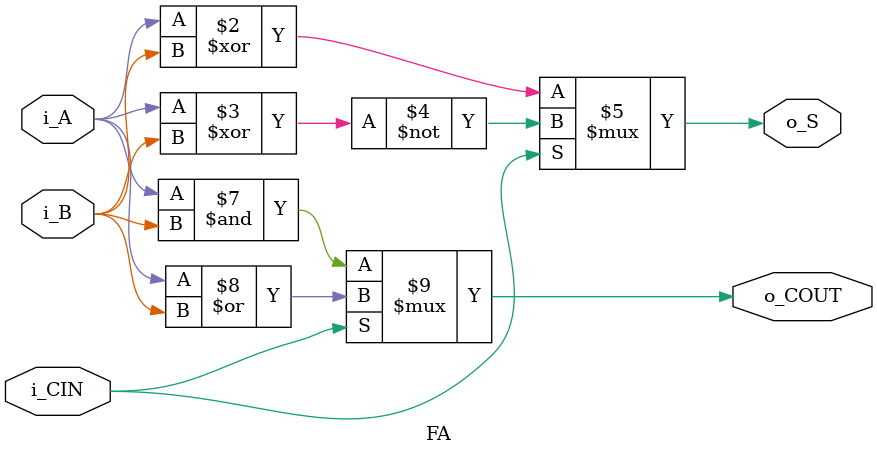
<source format=v>
/*
    Copyright (C) 2022 Sehyeon Kim(Raki)
    
    This program is free software; you can redistribute it and/or
    modify it under the terms of the GNU General Public License
    as published by the Free Software Foundation; either version 2
    of the License, or any later version.
    
    This program is distributed in the hope that it will be useful,
    but WITHOUT ANY WARRANTY; without even the implied warranty of
    MERCHANTABILITY or FITNESS FOR A PARTICULAR PURPOSE. See the
    GNU General Public License for more details.
    
    You should have received a copy of the GNU General Public License
    along with this program; if not, write to the Free Software
    Foundation, Inc., 51 Franklin Street, Fifth Floor, Boston, MA 02110-1301, USA.
*/

module FA
(
    input   wire            i_A,
    input   wire            i_B,
    input   wire            i_CIN,

    output  wire            o_S,
    output  wire            o_COUT
);

assign  o_S = (i_CIN == 1'b0) ? (i_A ^ i_B) : ~(i_A ^ i_B);
assign  o_COUT = (i_CIN == 1'b0) ? (i_A & i_B) : (i_A | i_B);

endmodule
</source>
